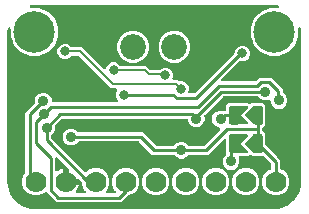
<source format=gbr>
G04 EAGLE Gerber RS-274X export*
G75*
%MOMM*%
%FSLAX34Y34*%
%LPD*%
%INBottom Copper*%
%IPPOS*%
%AMOC8*
5,1,8,0,0,1.08239X$1,22.5*%
G01*
%ADD10C,2.184400*%
%ADD11C,1.778000*%
%ADD12C,0.381000*%
%ADD13C,3.516000*%
%ADD14C,0.906400*%
%ADD15C,0.254000*%
%ADD16C,0.800100*%
%ADD17C,0.203200*%

G36*
X228622Y2543D02*
X228622Y2543D01*
X228700Y2545D01*
X232077Y2810D01*
X232145Y2824D01*
X232214Y2829D01*
X232370Y2869D01*
X238794Y4956D01*
X238901Y5006D01*
X239012Y5050D01*
X239063Y5083D01*
X239082Y5091D01*
X239097Y5104D01*
X239148Y5136D01*
X244612Y9107D01*
X244699Y9188D01*
X244746Y9227D01*
X244752Y9231D01*
X244753Y9232D01*
X244791Y9264D01*
X244829Y9310D01*
X244844Y9324D01*
X244855Y9342D01*
X244893Y9388D01*
X248864Y14852D01*
X248921Y14956D01*
X248985Y15056D01*
X249007Y15113D01*
X249017Y15131D01*
X249022Y15151D01*
X249044Y15206D01*
X251131Y21630D01*
X251144Y21698D01*
X251167Y21764D01*
X251190Y21923D01*
X251455Y25300D01*
X251455Y25304D01*
X251456Y25307D01*
X251455Y25326D01*
X251459Y25400D01*
X251459Y152400D01*
X251457Y152422D01*
X251455Y152500D01*
X251255Y155041D01*
X251233Y155149D01*
X251219Y155257D01*
X251201Y155304D01*
X251191Y155353D01*
X251143Y155451D01*
X251102Y155553D01*
X251073Y155594D01*
X251051Y155639D01*
X250980Y155722D01*
X250916Y155810D01*
X250877Y155842D01*
X250845Y155880D01*
X250755Y155943D01*
X250671Y156013D01*
X250625Y156035D01*
X250584Y156063D01*
X250482Y156102D01*
X250383Y156149D01*
X250334Y156158D01*
X250287Y156176D01*
X250178Y156188D01*
X250070Y156209D01*
X250021Y156206D01*
X249971Y156211D01*
X249862Y156196D01*
X249753Y156189D01*
X249705Y156173D01*
X249656Y156166D01*
X249555Y156125D01*
X249451Y156091D01*
X249408Y156064D01*
X249362Y156045D01*
X249274Y155979D01*
X249182Y155921D01*
X249148Y155884D01*
X249108Y155854D01*
X249039Y155769D01*
X248964Y155689D01*
X248940Y155645D01*
X248908Y155606D01*
X248863Y155507D01*
X248810Y155411D01*
X248798Y155362D01*
X248777Y155317D01*
X248758Y155209D01*
X248731Y155103D01*
X248726Y155025D01*
X248722Y155003D01*
X248723Y154973D01*
X248721Y154942D01*
X248721Y148398D01*
X245658Y141003D01*
X239997Y135342D01*
X232602Y132279D01*
X224598Y132279D01*
X217203Y135342D01*
X215194Y137351D01*
X215165Y137373D01*
X215118Y137427D01*
X211542Y141003D01*
X210278Y144056D01*
X210243Y144116D01*
X210218Y144181D01*
X210210Y144194D01*
X210158Y144345D01*
X208479Y148398D01*
X208479Y152212D01*
X208473Y152264D01*
X208475Y152316D01*
X208462Y152402D01*
X208469Y152427D01*
X208479Y152588D01*
X208479Y156402D01*
X210158Y160455D01*
X210168Y160490D01*
X210184Y160522D01*
X210204Y160596D01*
X210207Y160599D01*
X210278Y160744D01*
X211542Y163797D01*
X215118Y167373D01*
X215130Y167389D01*
X215145Y167401D01*
X215160Y167419D01*
X215176Y167433D01*
X215184Y167439D01*
X215187Y167443D01*
X215194Y167449D01*
X217203Y169458D01*
X224598Y172521D01*
X231142Y172521D01*
X231251Y172534D01*
X231360Y172540D01*
X231408Y172554D01*
X231457Y172561D01*
X231559Y172601D01*
X231664Y172633D01*
X231707Y172659D01*
X231753Y172678D01*
X231842Y172742D01*
X231935Y172799D01*
X231970Y172835D01*
X232010Y172864D01*
X232080Y172949D01*
X232157Y173027D01*
X232181Y173071D01*
X232213Y173109D01*
X232260Y173208D01*
X232314Y173304D01*
X232328Y173352D01*
X232349Y173397D01*
X232369Y173505D01*
X232398Y173610D01*
X232399Y173660D01*
X232409Y173709D01*
X232402Y173819D01*
X232404Y173928D01*
X232392Y173977D01*
X232389Y174027D01*
X232355Y174131D01*
X232330Y174238D01*
X232306Y174282D01*
X232291Y174329D01*
X232232Y174422D01*
X232181Y174519D01*
X232147Y174556D01*
X232121Y174598D01*
X232041Y174673D01*
X231967Y174754D01*
X231925Y174782D01*
X231889Y174816D01*
X231793Y174869D01*
X231702Y174929D01*
X231654Y174945D01*
X231611Y174970D01*
X231505Y174997D01*
X231401Y175033D01*
X231324Y175044D01*
X231303Y175049D01*
X231272Y175051D01*
X231241Y175055D01*
X228700Y175255D01*
X228678Y175254D01*
X228600Y175259D01*
X25400Y175259D01*
X25378Y175257D01*
X25300Y175255D01*
X22759Y175055D01*
X22651Y175033D01*
X22543Y175019D01*
X22496Y175001D01*
X22447Y174991D01*
X22349Y174943D01*
X22247Y174902D01*
X22206Y174873D01*
X22161Y174851D01*
X22078Y174780D01*
X21990Y174716D01*
X21958Y174677D01*
X21920Y174645D01*
X21857Y174555D01*
X21787Y174471D01*
X21765Y174425D01*
X21737Y174384D01*
X21698Y174282D01*
X21651Y174183D01*
X21642Y174134D01*
X21624Y174087D01*
X21612Y173978D01*
X21591Y173870D01*
X21595Y173821D01*
X21589Y173771D01*
X21604Y173662D01*
X21611Y173553D01*
X21627Y173505D01*
X21634Y173456D01*
X21675Y173355D01*
X21709Y173251D01*
X21736Y173208D01*
X21755Y173162D01*
X21821Y173074D01*
X21879Y172982D01*
X21916Y172948D01*
X21946Y172908D01*
X22031Y172839D01*
X22111Y172764D01*
X22155Y172740D01*
X22194Y172708D01*
X22294Y172663D01*
X22389Y172610D01*
X22438Y172598D01*
X22483Y172577D01*
X22591Y172558D01*
X22697Y172531D01*
X22775Y172526D01*
X22797Y172522D01*
X22827Y172523D01*
X22858Y172521D01*
X29402Y172521D01*
X36797Y169458D01*
X42458Y163797D01*
X45521Y156402D01*
X45521Y148398D01*
X42458Y141003D01*
X36797Y135342D01*
X29402Y132279D01*
X21398Y132279D01*
X14003Y135342D01*
X11994Y137351D01*
X11965Y137374D01*
X11918Y137427D01*
X8342Y141003D01*
X7078Y144056D01*
X7043Y144116D01*
X7018Y144181D01*
X7010Y144194D01*
X6958Y144345D01*
X5279Y148398D01*
X5279Y152212D01*
X5273Y152264D01*
X5275Y152316D01*
X5262Y152402D01*
X5269Y152427D01*
X5279Y152588D01*
X5279Y154942D01*
X5266Y155051D01*
X5260Y155160D01*
X5246Y155208D01*
X5239Y155257D01*
X5199Y155359D01*
X5167Y155464D01*
X5141Y155507D01*
X5122Y155553D01*
X5058Y155642D01*
X5001Y155735D01*
X4965Y155770D01*
X4936Y155810D01*
X4851Y155880D01*
X4773Y155957D01*
X4729Y155981D01*
X4691Y156013D01*
X4592Y156060D01*
X4496Y156114D01*
X4448Y156128D01*
X4403Y156149D01*
X4295Y156169D01*
X4190Y156198D01*
X4140Y156199D01*
X4091Y156209D01*
X3981Y156202D01*
X3872Y156204D01*
X3823Y156192D01*
X3773Y156189D01*
X3669Y156155D01*
X3562Y156130D01*
X3518Y156106D01*
X3471Y156091D01*
X3378Y156032D01*
X3281Y155981D01*
X3244Y155947D01*
X3202Y155921D01*
X3127Y155841D01*
X3046Y155767D01*
X3018Y155725D01*
X2984Y155689D01*
X2931Y155593D01*
X2871Y155502D01*
X2855Y155454D01*
X2830Y155411D01*
X2803Y155305D01*
X2767Y155201D01*
X2756Y155124D01*
X2751Y155103D01*
X2749Y155072D01*
X2745Y155041D01*
X2545Y152500D01*
X2546Y152478D01*
X2541Y152400D01*
X2541Y25400D01*
X2543Y25378D01*
X2545Y25300D01*
X2810Y21923D01*
X2824Y21855D01*
X2829Y21786D01*
X2869Y21630D01*
X4956Y15206D01*
X5006Y15099D01*
X5050Y14988D01*
X5083Y14937D01*
X5091Y14918D01*
X5104Y14903D01*
X5136Y14852D01*
X9107Y9388D01*
X9127Y9366D01*
X9138Y9348D01*
X9184Y9305D01*
X9188Y9301D01*
X9264Y9209D01*
X9310Y9171D01*
X9324Y9156D01*
X9342Y9145D01*
X9388Y9107D01*
X14852Y5136D01*
X14956Y5079D01*
X15056Y5015D01*
X15113Y4993D01*
X15131Y4983D01*
X15151Y4978D01*
X15206Y4956D01*
X21630Y2869D01*
X21698Y2856D01*
X21764Y2833D01*
X21923Y2810D01*
X25300Y2545D01*
X25322Y2546D01*
X25400Y2541D01*
X228600Y2541D01*
X228622Y2543D01*
G37*
%LPC*%
G36*
X44142Y8254D02*
X44142Y8254D01*
X35813Y16583D01*
X35719Y16656D01*
X35630Y16734D01*
X35594Y16753D01*
X35562Y16778D01*
X35452Y16825D01*
X35347Y16879D01*
X35307Y16888D01*
X35270Y16904D01*
X35152Y16923D01*
X35036Y16949D01*
X34996Y16947D01*
X34956Y16954D01*
X34837Y16943D01*
X34718Y16939D01*
X34680Y16928D01*
X34639Y16924D01*
X34527Y16884D01*
X34413Y16851D01*
X34378Y16830D01*
X34340Y16816D01*
X34242Y16750D01*
X34139Y16689D01*
X34094Y16649D01*
X34077Y16638D01*
X34063Y16622D01*
X34018Y16583D01*
X33145Y15709D01*
X28944Y13969D01*
X24396Y13969D01*
X20195Y15709D01*
X16979Y18925D01*
X15239Y23126D01*
X15239Y27674D01*
X16979Y31875D01*
X17408Y32303D01*
X17468Y32381D01*
X17536Y32453D01*
X17565Y32506D01*
X17602Y32554D01*
X17642Y32645D01*
X17690Y32732D01*
X17705Y32790D01*
X17729Y32846D01*
X17744Y32944D01*
X17769Y33040D01*
X17775Y33140D01*
X17779Y33160D01*
X17777Y33173D01*
X17779Y33201D01*
X17779Y84128D01*
X25576Y91925D01*
X25636Y92003D01*
X25704Y92075D01*
X25733Y92128D01*
X25770Y92176D01*
X25810Y92267D01*
X25858Y92354D01*
X25873Y92412D01*
X25897Y92468D01*
X25912Y92566D01*
X25937Y92662D01*
X25943Y92762D01*
X25947Y92782D01*
X25945Y92794D01*
X25947Y92822D01*
X25947Y95387D01*
X27024Y97986D01*
X29014Y99976D01*
X31613Y101053D01*
X34427Y101053D01*
X37026Y99976D01*
X39016Y97986D01*
X40093Y95387D01*
X40093Y93980D01*
X40108Y93862D01*
X40115Y93743D01*
X40128Y93705D01*
X40133Y93664D01*
X40176Y93554D01*
X40213Y93441D01*
X40235Y93406D01*
X40250Y93369D01*
X40319Y93273D01*
X40383Y93172D01*
X40413Y93144D01*
X40436Y93111D01*
X40528Y93035D01*
X40615Y92954D01*
X40650Y92934D01*
X40681Y92909D01*
X40789Y92858D01*
X40893Y92800D01*
X40933Y92790D01*
X40969Y92773D01*
X41086Y92751D01*
X41201Y92721D01*
X41261Y92717D01*
X41281Y92713D01*
X41302Y92715D01*
X41362Y92711D01*
X94999Y92711D01*
X95137Y92728D01*
X95276Y92741D01*
X95295Y92748D01*
X95315Y92751D01*
X95444Y92802D01*
X95575Y92849D01*
X95592Y92860D01*
X95611Y92868D01*
X95723Y92949D01*
X95838Y93027D01*
X95851Y93043D01*
X95868Y93054D01*
X95957Y93162D01*
X96049Y93266D01*
X96058Y93284D01*
X96071Y93299D01*
X96130Y93425D01*
X96193Y93549D01*
X96198Y93569D01*
X96206Y93587D01*
X96232Y93724D01*
X96263Y93859D01*
X96262Y93880D01*
X96266Y93899D01*
X96257Y94038D01*
X96253Y94177D01*
X96248Y94197D01*
X96246Y94217D01*
X96204Y94349D01*
X96165Y94483D01*
X96154Y94500D01*
X96148Y94519D01*
X96074Y94637D01*
X96003Y94757D01*
X95985Y94778D01*
X95978Y94788D01*
X95963Y94802D01*
X95897Y94878D01*
X95420Y95355D01*
X94424Y97759D01*
X94424Y100361D01*
X95410Y102742D01*
X95423Y102790D01*
X95444Y102835D01*
X95465Y102942D01*
X95494Y103049D01*
X95495Y103098D01*
X95504Y103147D01*
X95497Y103257D01*
X95499Y103367D01*
X95487Y103415D01*
X95484Y103464D01*
X95450Y103569D01*
X95425Y103676D01*
X95401Y103720D01*
X95386Y103767D01*
X95327Y103860D01*
X95276Y103957D01*
X95243Y103994D01*
X95216Y104036D01*
X95136Y104111D01*
X95062Y104192D01*
X95021Y104220D01*
X94984Y104254D01*
X94888Y104307D01*
X94796Y104367D01*
X94749Y104383D01*
X94706Y104407D01*
X94600Y104435D01*
X94496Y104470D01*
X94446Y104474D01*
X94398Y104487D01*
X94237Y104497D01*
X90498Y104497D01*
X63034Y131962D01*
X62955Y132022D01*
X62883Y132090D01*
X62830Y132119D01*
X62782Y132156D01*
X62691Y132196D01*
X62605Y132244D01*
X62546Y132259D01*
X62490Y132283D01*
X62392Y132298D01*
X62297Y132323D01*
X62197Y132329D01*
X62176Y132333D01*
X62164Y132331D01*
X62136Y132333D01*
X57655Y132333D01*
X57557Y132321D01*
X57458Y132318D01*
X57399Y132301D01*
X57339Y132293D01*
X57247Y132257D01*
X57152Y132229D01*
X57100Y132199D01*
X57044Y132176D01*
X56963Y132118D01*
X56878Y132068D01*
X56803Y132002D01*
X56786Y131990D01*
X56778Y131980D01*
X56757Y131962D01*
X55140Y130345D01*
X52736Y129349D01*
X50134Y129349D01*
X47730Y130345D01*
X45890Y132185D01*
X44894Y134589D01*
X44894Y137191D01*
X45890Y139595D01*
X47730Y141435D01*
X50134Y142431D01*
X52736Y142431D01*
X55140Y141435D01*
X56757Y139818D01*
X56836Y139758D01*
X56908Y139690D01*
X56961Y139661D01*
X57009Y139624D01*
X57099Y139584D01*
X57186Y139536D01*
X57245Y139521D01*
X57300Y139497D01*
X57398Y139482D01*
X57494Y139457D01*
X57594Y139451D01*
X57614Y139447D01*
X57627Y139449D01*
X57655Y139447D01*
X65608Y139447D01*
X84114Y120941D01*
X84153Y120911D01*
X84187Y120874D01*
X84231Y120845D01*
X84253Y120824D01*
X84294Y120801D01*
X84365Y120746D01*
X84411Y120726D01*
X84452Y120699D01*
X84524Y120674D01*
X84531Y120671D01*
X84547Y120666D01*
X84556Y120664D01*
X84657Y120620D01*
X84706Y120612D01*
X84753Y120596D01*
X84862Y120587D01*
X84971Y120570D01*
X85021Y120575D01*
X85070Y120571D01*
X85178Y120589D01*
X85288Y120600D01*
X85334Y120617D01*
X85383Y120625D01*
X85484Y120670D01*
X85587Y120707D01*
X85628Y120735D01*
X85673Y120756D01*
X85759Y120824D01*
X85850Y120886D01*
X85883Y120923D01*
X85922Y120954D01*
X85988Y121042D01*
X86061Y121124D01*
X86078Y121158D01*
X86088Y121170D01*
X86094Y121182D01*
X86113Y121208D01*
X86184Y121353D01*
X87165Y123720D01*
X89005Y125560D01*
X91409Y126556D01*
X94011Y126556D01*
X96415Y125560D01*
X98032Y123943D01*
X98111Y123883D01*
X98183Y123815D01*
X98236Y123786D01*
X98284Y123749D01*
X98374Y123709D01*
X98461Y123661D01*
X98520Y123646D01*
X98575Y123622D01*
X98673Y123607D01*
X98769Y123582D01*
X98869Y123576D01*
X98889Y123572D01*
X98902Y123574D01*
X98930Y123572D01*
X120210Y123572D01*
X123481Y120300D01*
X123560Y120240D01*
X123632Y120172D01*
X123685Y120143D01*
X123733Y120106D01*
X123824Y120066D01*
X123910Y120018D01*
X123969Y120003D01*
X124024Y119979D01*
X124122Y119964D01*
X124218Y119939D01*
X124318Y119933D01*
X124339Y119929D01*
X124351Y119931D01*
X124379Y119929D01*
X130750Y119929D01*
X130848Y119941D01*
X130947Y119944D01*
X131005Y119961D01*
X131065Y119969D01*
X131157Y120005D01*
X131252Y120033D01*
X131305Y120063D01*
X131361Y120086D01*
X131441Y120144D01*
X131526Y120194D01*
X131602Y120260D01*
X131618Y120272D01*
X131626Y120282D01*
X131647Y120300D01*
X132502Y121155D01*
X134906Y122151D01*
X137509Y122151D01*
X139913Y121155D01*
X141753Y119315D01*
X142749Y116911D01*
X142749Y114309D01*
X142358Y113365D01*
X142345Y113317D01*
X142324Y113272D01*
X142303Y113165D01*
X142274Y113058D01*
X142273Y113009D01*
X142264Y112960D01*
X142271Y112850D01*
X142269Y112740D01*
X142280Y112692D01*
X142284Y112643D01*
X142317Y112538D01*
X142343Y112431D01*
X142366Y112387D01*
X142382Y112340D01*
X142440Y112247D01*
X142492Y112150D01*
X142525Y112113D01*
X142552Y112071D01*
X142632Y111996D01*
X142706Y111915D01*
X142747Y111887D01*
X142783Y111853D01*
X142879Y111800D01*
X142971Y111740D01*
X143018Y111724D01*
X143062Y111700D01*
X143168Y111672D01*
X143272Y111637D01*
X143322Y111633D01*
X143370Y111620D01*
X143530Y111610D01*
X147084Y111610D01*
X147538Y111156D01*
X147616Y111096D01*
X147688Y111028D01*
X147741Y110999D01*
X147789Y110962D01*
X147880Y110922D01*
X147967Y110874D01*
X148025Y110859D01*
X148081Y110835D01*
X148179Y110820D01*
X148275Y110795D01*
X148375Y110789D01*
X148395Y110785D01*
X148407Y110787D01*
X148435Y110785D01*
X150722Y110785D01*
X153126Y109789D01*
X154966Y107949D01*
X155962Y105545D01*
X155962Y102942D01*
X155571Y101999D01*
X155561Y101959D01*
X155549Y101935D01*
X155548Y101929D01*
X155537Y101906D01*
X155516Y101798D01*
X155487Y101692D01*
X155487Y101642D01*
X155477Y101593D01*
X155484Y101484D01*
X155482Y101374D01*
X155494Y101326D01*
X155497Y101276D01*
X155531Y101172D01*
X155557Y101065D01*
X155580Y101021D01*
X155595Y100974D01*
X155654Y100881D01*
X155705Y100784D01*
X155739Y100747D01*
X155765Y100705D01*
X155845Y100630D01*
X155919Y100548D01*
X155961Y100521D01*
X155997Y100487D01*
X156093Y100434D01*
X156185Y100374D01*
X156232Y100357D01*
X156275Y100333D01*
X156382Y100306D01*
X156486Y100270D01*
X156535Y100266D01*
X156583Y100254D01*
X156744Y100244D01*
X160369Y100244D01*
X160467Y100256D01*
X160566Y100259D01*
X160624Y100276D01*
X160684Y100284D01*
X160776Y100320D01*
X160872Y100348D01*
X160924Y100378D01*
X160980Y100401D01*
X161060Y100459D01*
X161145Y100509D01*
X161221Y100575D01*
X161237Y100587D01*
X161245Y100597D01*
X161266Y100615D01*
X194585Y133934D01*
X194645Y134012D01*
X194713Y134084D01*
X194742Y134137D01*
X194780Y134185D01*
X194819Y134276D01*
X194867Y134363D01*
X194882Y134421D01*
X194906Y134477D01*
X194921Y134575D01*
X194946Y134671D01*
X194953Y134771D01*
X194956Y134791D01*
X194955Y134803D01*
X194956Y134831D01*
X194956Y135477D01*
X195952Y137881D01*
X197792Y139721D01*
X200196Y140717D01*
X202799Y140717D01*
X205203Y139721D01*
X207043Y137881D01*
X208039Y135477D01*
X208039Y132874D01*
X207043Y130470D01*
X205203Y128630D01*
X202799Y127634D01*
X200196Y127634D01*
X200179Y127642D01*
X200151Y127649D01*
X200124Y127663D01*
X199998Y127691D01*
X199872Y127726D01*
X199843Y127726D01*
X199814Y127732D01*
X199684Y127729D01*
X199554Y127731D01*
X199526Y127724D01*
X199496Y127723D01*
X199371Y127687D01*
X199245Y127656D01*
X199219Y127643D01*
X199190Y127634D01*
X199079Y127568D01*
X198964Y127508D01*
X198942Y127488D01*
X198916Y127473D01*
X198796Y127366D01*
X184087Y112657D01*
X184001Y112548D01*
X183913Y112441D01*
X183904Y112422D01*
X183892Y112406D01*
X183836Y112278D01*
X183777Y112153D01*
X183773Y112133D01*
X183765Y112114D01*
X183743Y111976D01*
X183717Y111840D01*
X183719Y111820D01*
X183716Y111800D01*
X183729Y111661D01*
X183737Y111523D01*
X183743Y111504D01*
X183745Y111484D01*
X183793Y111352D01*
X183835Y111221D01*
X183846Y111203D01*
X183853Y111184D01*
X183931Y111069D01*
X184005Y110952D01*
X184020Y110938D01*
X184032Y110921D01*
X184136Y110829D01*
X184237Y110734D01*
X184255Y110724D01*
X184270Y110711D01*
X184394Y110647D01*
X184516Y110580D01*
X184535Y110575D01*
X184553Y110566D01*
X184689Y110536D01*
X184823Y110501D01*
X184852Y110499D01*
X184863Y110496D01*
X184884Y110497D01*
X184984Y110491D01*
X212158Y110491D01*
X212257Y110503D01*
X212356Y110506D01*
X212414Y110523D01*
X212474Y110531D01*
X212566Y110567D01*
X212661Y110595D01*
X212713Y110625D01*
X212770Y110648D01*
X212850Y110706D01*
X212935Y110756D01*
X213010Y110822D01*
X213027Y110834D01*
X213035Y110844D01*
X213056Y110862D01*
X215946Y113753D01*
X226014Y113753D01*
X235673Y104094D01*
X235673Y101494D01*
X235676Y101464D01*
X235674Y101435D01*
X235694Y101319D01*
X235695Y101305D01*
X235697Y101298D01*
X235713Y101178D01*
X235723Y101151D01*
X235729Y101121D01*
X235782Y101003D01*
X235830Y100882D01*
X235847Y100858D01*
X235859Y100831D01*
X235940Y100730D01*
X236016Y100625D01*
X236039Y100606D01*
X236058Y100583D01*
X236161Y100505D01*
X236261Y100422D01*
X236288Y100410D01*
X236312Y100392D01*
X236456Y100321D01*
X236483Y100310D01*
X238472Y98320D01*
X239549Y95721D01*
X239549Y92907D01*
X238472Y90308D01*
X236483Y88318D01*
X233883Y87241D01*
X231069Y87241D01*
X228470Y88318D01*
X226480Y90308D01*
X225404Y92907D01*
X225404Y93877D01*
X225397Y93927D01*
X225400Y93976D01*
X225378Y94084D01*
X225364Y94193D01*
X225345Y94239D01*
X225335Y94288D01*
X225287Y94386D01*
X225247Y94489D01*
X225218Y94529D01*
X225196Y94573D01*
X225124Y94657D01*
X225060Y94746D01*
X225022Y94778D01*
X224989Y94815D01*
X224900Y94879D01*
X224815Y94949D01*
X224770Y94970D01*
X224729Y94998D01*
X224627Y95037D01*
X224527Y95084D01*
X224479Y95094D01*
X224432Y95111D01*
X224323Y95123D01*
X224215Y95144D01*
X224165Y95141D01*
X224116Y95146D01*
X224007Y95131D01*
X223897Y95124D01*
X223850Y95109D01*
X223801Y95102D01*
X223649Y95050D01*
X222387Y94527D01*
X219748Y94527D01*
X219610Y94510D01*
X219472Y94497D01*
X219452Y94490D01*
X219432Y94487D01*
X219398Y94474D01*
X219363Y94517D01*
X219291Y94572D01*
X219225Y94633D01*
X219164Y94667D01*
X219108Y94709D01*
X218964Y94780D01*
X216974Y95604D01*
X215160Y97418D01*
X215082Y97478D01*
X215010Y97546D01*
X214957Y97575D01*
X214909Y97612D01*
X214818Y97652D01*
X214731Y97700D01*
X214673Y97715D01*
X214617Y97739D01*
X214519Y97754D01*
X214423Y97779D01*
X214323Y97785D01*
X214303Y97789D01*
X214291Y97787D01*
X214263Y97789D01*
X185619Y97789D01*
X185521Y97777D01*
X185422Y97774D01*
X185364Y97757D01*
X185304Y97749D01*
X185212Y97713D01*
X185116Y97685D01*
X185064Y97655D01*
X185008Y97632D01*
X184928Y97574D01*
X184843Y97524D01*
X184767Y97458D01*
X184751Y97446D01*
X184743Y97436D01*
X184722Y97418D01*
X169633Y82328D01*
X169615Y82305D01*
X169592Y82286D01*
X169517Y82180D01*
X169438Y82077D01*
X169426Y82050D01*
X169409Y82026D01*
X169363Y81905D01*
X169311Y81785D01*
X169307Y81756D01*
X169296Y81729D01*
X169282Y81600D01*
X169262Y81471D01*
X169264Y81442D01*
X169261Y81412D01*
X169279Y81284D01*
X169291Y81155D01*
X169301Y81127D01*
X169305Y81098D01*
X169358Y80945D01*
X169633Y80281D01*
X169633Y77467D01*
X168556Y74868D01*
X166566Y72878D01*
X163967Y71801D01*
X161153Y71801D01*
X158554Y72878D01*
X156564Y74868D01*
X155487Y77467D01*
X155487Y77604D01*
X155472Y77722D01*
X155465Y77841D01*
X155452Y77879D01*
X155447Y77920D01*
X155404Y78030D01*
X155367Y78143D01*
X155345Y78178D01*
X155330Y78215D01*
X155261Y78311D01*
X155197Y78412D01*
X155167Y78440D01*
X155144Y78473D01*
X155052Y78549D01*
X154965Y78630D01*
X154930Y78650D01*
X154899Y78675D01*
X154791Y78726D01*
X154687Y78784D01*
X154647Y78794D01*
X154611Y78811D01*
X154494Y78833D01*
X154379Y78863D01*
X154319Y78867D01*
X154299Y78871D01*
X154278Y78869D01*
X154218Y78873D01*
X49382Y78873D01*
X49283Y78861D01*
X49184Y78858D01*
X49126Y78841D01*
X49066Y78833D01*
X48974Y78797D01*
X48879Y78769D01*
X48827Y78739D01*
X48770Y78716D01*
X48690Y78658D01*
X48605Y78608D01*
X48530Y78542D01*
X48513Y78530D01*
X48505Y78520D01*
X48484Y78502D01*
X43158Y73175D01*
X43097Y73097D01*
X43029Y73025D01*
X43000Y72972D01*
X42963Y72924D01*
X42924Y72833D01*
X42876Y72746D01*
X42861Y72688D01*
X42837Y72632D01*
X42821Y72534D01*
X42796Y72438D01*
X42790Y72338D01*
X42787Y72318D01*
X42788Y72306D01*
X42786Y72278D01*
X42786Y69713D01*
X41709Y67114D01*
X39896Y65300D01*
X39835Y65222D01*
X39767Y65150D01*
X39738Y65097D01*
X39701Y65049D01*
X39662Y64958D01*
X39614Y64871D01*
X39599Y64813D01*
X39575Y64757D01*
X39559Y64659D01*
X39534Y64563D01*
X39528Y64463D01*
X39525Y64443D01*
X39526Y64431D01*
X39524Y64403D01*
X39524Y62911D01*
X39537Y62813D01*
X39540Y62714D01*
X39556Y62655D01*
X39564Y62595D01*
X39600Y62503D01*
X39628Y62408D01*
X39659Y62356D01*
X39681Y62300D01*
X39739Y62220D01*
X39789Y62134D01*
X39856Y62059D01*
X39868Y62042D01*
X39877Y62034D01*
X39896Y62013D01*
X68009Y33900D01*
X68104Y33827D01*
X68193Y33748D01*
X68229Y33730D01*
X68261Y33705D01*
X68370Y33658D01*
X68476Y33603D01*
X68515Y33595D01*
X68552Y33579D01*
X68670Y33560D01*
X68786Y33534D01*
X68827Y33535D01*
X68867Y33529D01*
X68985Y33540D01*
X69104Y33543D01*
X69143Y33555D01*
X69183Y33559D01*
X69295Y33599D01*
X69410Y33632D01*
X69444Y33652D01*
X69482Y33666D01*
X69581Y33733D01*
X69684Y33793D01*
X69729Y33833D01*
X69746Y33845D01*
X69759Y33860D01*
X69804Y33900D01*
X70995Y35091D01*
X75196Y36831D01*
X79744Y36831D01*
X83945Y35091D01*
X87161Y31875D01*
X88901Y27674D01*
X88901Y23126D01*
X87161Y18925D01*
X86278Y18042D01*
X86193Y17933D01*
X86104Y17826D01*
X86095Y17807D01*
X86083Y17791D01*
X86028Y17664D01*
X85969Y17538D01*
X85965Y17518D01*
X85957Y17499D01*
X85935Y17361D01*
X85909Y17225D01*
X85910Y17205D01*
X85907Y17185D01*
X85920Y17046D01*
X85929Y16908D01*
X85935Y16889D01*
X85937Y16869D01*
X85984Y16737D01*
X86027Y16606D01*
X86037Y16588D01*
X86044Y16569D01*
X86122Y16454D01*
X86197Y16337D01*
X86211Y16323D01*
X86223Y16306D01*
X86327Y16214D01*
X86428Y16119D01*
X86446Y16109D01*
X86461Y16096D01*
X86585Y16033D01*
X86707Y15965D01*
X86726Y15960D01*
X86744Y15951D01*
X86880Y15921D01*
X87015Y15886D01*
X87043Y15884D01*
X87055Y15881D01*
X87075Y15882D01*
X87175Y15876D01*
X93165Y15876D01*
X93303Y15893D01*
X93441Y15906D01*
X93460Y15913D01*
X93480Y15916D01*
X93609Y15967D01*
X93740Y16014D01*
X93757Y16025D01*
X93776Y16033D01*
X93888Y16114D01*
X94003Y16192D01*
X94017Y16208D01*
X94033Y16219D01*
X94122Y16327D01*
X94214Y16431D01*
X94223Y16449D01*
X94236Y16464D01*
X94295Y16590D01*
X94358Y16714D01*
X94363Y16734D01*
X94371Y16752D01*
X94398Y16889D01*
X94428Y17024D01*
X94427Y17045D01*
X94431Y17064D01*
X94423Y17203D01*
X94418Y17342D01*
X94413Y17362D01*
X94411Y17382D01*
X94369Y17514D01*
X94330Y17648D01*
X94320Y17665D01*
X94313Y17684D01*
X94239Y17802D01*
X94168Y17922D01*
X94150Y17943D01*
X94143Y17953D01*
X94128Y17967D01*
X94062Y18042D01*
X93179Y18925D01*
X91439Y23126D01*
X91439Y27674D01*
X93179Y31875D01*
X96395Y35091D01*
X100596Y36831D01*
X105144Y36831D01*
X109345Y35091D01*
X112561Y31875D01*
X114301Y27674D01*
X114301Y23126D01*
X112561Y18925D01*
X109345Y15709D01*
X105144Y13969D01*
X104974Y13969D01*
X104876Y13957D01*
X104777Y13954D01*
X104719Y13937D01*
X104659Y13929D01*
X104567Y13893D01*
X104471Y13865D01*
X104419Y13835D01*
X104363Y13812D01*
X104283Y13754D01*
X104198Y13704D01*
X104122Y13638D01*
X104106Y13626D01*
X104103Y13622D01*
X104100Y13620D01*
X104094Y13613D01*
X104077Y13598D01*
X98733Y8254D01*
X44142Y8254D01*
G37*
%LPD*%
%LPC*%
G36*
X227596Y13969D02*
X227596Y13969D01*
X223395Y15709D01*
X220179Y18925D01*
X218439Y23126D01*
X218439Y27674D01*
X220179Y31875D01*
X223395Y35091D01*
X225276Y35870D01*
X225301Y35884D01*
X225329Y35893D01*
X225439Y35963D01*
X225552Y36027D01*
X225573Y36048D01*
X225598Y36063D01*
X225687Y36158D01*
X225780Y36248D01*
X225796Y36273D01*
X225816Y36295D01*
X225879Y36409D01*
X225947Y36519D01*
X225955Y36548D01*
X225970Y36574D01*
X226002Y36699D01*
X226040Y36823D01*
X226042Y36853D01*
X226049Y36881D01*
X226059Y37042D01*
X226059Y40441D01*
X226047Y40539D01*
X226044Y40638D01*
X226027Y40696D01*
X226019Y40756D01*
X225983Y40848D01*
X225955Y40944D01*
X225925Y40996D01*
X225902Y41052D01*
X225844Y41132D01*
X225794Y41217D01*
X225728Y41293D01*
X225716Y41309D01*
X225706Y41317D01*
X225688Y41338D01*
X220035Y46991D01*
X219957Y47051D01*
X219885Y47119D01*
X219832Y47148D01*
X219784Y47185D01*
X219693Y47225D01*
X219606Y47273D01*
X219548Y47288D01*
X219492Y47312D01*
X219394Y47327D01*
X219298Y47352D01*
X219198Y47358D01*
X219178Y47362D01*
X219166Y47360D01*
X219138Y47362D01*
X210212Y47362D01*
X209360Y48214D01*
X209266Y48287D01*
X209177Y48366D01*
X209141Y48384D01*
X209109Y48409D01*
X209000Y48456D01*
X208893Y48510D01*
X208854Y48519D01*
X208817Y48535D01*
X208699Y48554D01*
X208583Y48580D01*
X208543Y48579D01*
X208503Y48585D01*
X208384Y48574D01*
X208265Y48570D01*
X208226Y48559D01*
X208186Y48555D01*
X208074Y48515D01*
X207960Y48482D01*
X207925Y48461D01*
X207887Y48448D01*
X207788Y48381D01*
X207686Y48320D01*
X207641Y48281D01*
X207624Y48269D01*
X207610Y48254D01*
X207565Y48214D01*
X206685Y47334D01*
X205219Y47362D01*
X205211Y47361D01*
X205195Y47362D01*
X199589Y47362D01*
X199540Y47356D01*
X199490Y47358D01*
X199383Y47336D01*
X199274Y47322D01*
X199228Y47304D01*
X199179Y47294D01*
X199080Y47246D01*
X198978Y47205D01*
X198938Y47176D01*
X198893Y47154D01*
X198810Y47083D01*
X198721Y47019D01*
X198689Y46980D01*
X198651Y46948D01*
X198588Y46858D01*
X198518Y46774D01*
X198497Y46729D01*
X198468Y46688D01*
X198429Y46585D01*
X198383Y46486D01*
X198373Y46437D01*
X198356Y46391D01*
X198343Y46281D01*
X198323Y46174D01*
X198326Y46124D01*
X198320Y46075D01*
X198336Y45966D01*
X198342Y45856D01*
X198358Y45809D01*
X198365Y45760D01*
X198417Y45607D01*
X199026Y44136D01*
X199026Y41322D01*
X197950Y38722D01*
X195960Y36733D01*
X193361Y35656D01*
X190547Y35656D01*
X187947Y36733D01*
X185958Y38722D01*
X184881Y41322D01*
X184881Y44136D01*
X185958Y46735D01*
X187612Y48389D01*
X187672Y48467D01*
X187740Y48539D01*
X187769Y48592D01*
X187806Y48640D01*
X187846Y48731D01*
X187894Y48818D01*
X187909Y48876D01*
X187933Y48932D01*
X187948Y49030D01*
X187973Y49126D01*
X187979Y49226D01*
X187983Y49246D01*
X187981Y49258D01*
X187983Y49286D01*
X187983Y49679D01*
X187971Y49777D01*
X187968Y49876D01*
X187959Y49906D01*
X187959Y60761D01*
X187942Y60898D01*
X187929Y61037D01*
X187922Y61056D01*
X187919Y61076D01*
X187868Y61205D01*
X187821Y61336D01*
X187810Y61353D01*
X187802Y61372D01*
X187721Y61484D01*
X187643Y61600D01*
X187627Y61613D01*
X187616Y61629D01*
X187508Y61718D01*
X187404Y61810D01*
X187386Y61819D01*
X187371Y61832D01*
X187245Y61891D01*
X187121Y61955D01*
X187101Y61959D01*
X187083Y61968D01*
X186947Y61994D01*
X186811Y62024D01*
X186790Y62024D01*
X186771Y62028D01*
X186632Y62019D01*
X186493Y62015D01*
X186473Y62009D01*
X186453Y62008D01*
X186321Y61965D01*
X186187Y61926D01*
X186170Y61916D01*
X186151Y61910D01*
X186033Y61835D01*
X185913Y61765D01*
X185892Y61746D01*
X185882Y61740D01*
X185868Y61725D01*
X185793Y61658D01*
X174997Y50863D01*
X172393Y48259D01*
X156577Y48259D01*
X156479Y48247D01*
X156380Y48244D01*
X156322Y48227D01*
X156262Y48219D01*
X156170Y48183D01*
X156075Y48155D01*
X156022Y48125D01*
X155966Y48102D01*
X155886Y48044D01*
X155801Y47994D01*
X155725Y47928D01*
X155709Y47916D01*
X155701Y47906D01*
X155680Y47888D01*
X153866Y46074D01*
X151267Y44997D01*
X148453Y44997D01*
X145854Y46074D01*
X144040Y47888D01*
X143962Y47948D01*
X143890Y48016D01*
X143837Y48045D01*
X143789Y48082D01*
X143698Y48122D01*
X143611Y48170D01*
X143553Y48185D01*
X143497Y48209D01*
X143399Y48224D01*
X143303Y48249D01*
X143203Y48255D01*
X143183Y48259D01*
X143171Y48257D01*
X143143Y48259D01*
X125422Y48259D01*
X114363Y59318D01*
X114285Y59378D01*
X114213Y59446D01*
X114160Y59475D01*
X114112Y59512D01*
X114021Y59552D01*
X113934Y59600D01*
X113876Y59615D01*
X113820Y59639D01*
X113722Y59654D01*
X113626Y59679D01*
X113526Y59685D01*
X113506Y59689D01*
X113494Y59687D01*
X113466Y59689D01*
X63232Y59689D01*
X63134Y59677D01*
X63035Y59674D01*
X62977Y59657D01*
X62917Y59649D01*
X62825Y59613D01*
X62730Y59585D01*
X62677Y59555D01*
X62621Y59532D01*
X62541Y59474D01*
X62456Y59424D01*
X62380Y59358D01*
X62364Y59346D01*
X62356Y59336D01*
X62335Y59318D01*
X60521Y57504D01*
X57922Y56427D01*
X55108Y56427D01*
X52509Y57504D01*
X50519Y59494D01*
X49442Y62093D01*
X49442Y64907D01*
X50519Y67506D01*
X52509Y69496D01*
X55108Y70573D01*
X57922Y70573D01*
X60521Y69496D01*
X62335Y67682D01*
X62413Y67622D01*
X62485Y67554D01*
X62538Y67525D01*
X62586Y67488D01*
X62677Y67448D01*
X62764Y67400D01*
X62822Y67385D01*
X62878Y67361D01*
X62976Y67346D01*
X63072Y67321D01*
X63172Y67315D01*
X63192Y67311D01*
X63204Y67313D01*
X63232Y67311D01*
X117148Y67311D01*
X128207Y56252D01*
X128285Y56192D01*
X128357Y56124D01*
X128410Y56095D01*
X128458Y56058D01*
X128549Y56018D01*
X128636Y55970D01*
X128694Y55955D01*
X128750Y55931D01*
X128848Y55916D01*
X128944Y55891D01*
X129044Y55885D01*
X129064Y55881D01*
X129076Y55883D01*
X129104Y55881D01*
X143143Y55881D01*
X143241Y55893D01*
X143340Y55896D01*
X143398Y55913D01*
X143458Y55921D01*
X143550Y55957D01*
X143645Y55985D01*
X143698Y56015D01*
X143754Y56038D01*
X143834Y56096D01*
X143919Y56146D01*
X143995Y56212D01*
X144011Y56224D01*
X144019Y56234D01*
X144040Y56252D01*
X145854Y58066D01*
X148453Y59143D01*
X151267Y59143D01*
X153866Y58066D01*
X155680Y56252D01*
X155758Y56192D01*
X155830Y56124D01*
X155883Y56095D01*
X155931Y56058D01*
X156022Y56018D01*
X156109Y55970D01*
X156167Y55955D01*
X156223Y55931D01*
X156321Y55916D01*
X156417Y55891D01*
X156517Y55885D01*
X156537Y55881D01*
X156549Y55883D01*
X156577Y55881D01*
X168711Y55881D01*
X168809Y55893D01*
X168908Y55896D01*
X168966Y55913D01*
X169026Y55921D01*
X169118Y55957D01*
X169214Y55985D01*
X169266Y56015D01*
X169322Y56038D01*
X169402Y56096D01*
X169487Y56146D01*
X169563Y56212D01*
X169579Y56224D01*
X169587Y56234D01*
X169608Y56252D01*
X182673Y69317D01*
X182758Y69427D01*
X182847Y69534D01*
X182855Y69552D01*
X182868Y69568D01*
X182923Y69696D01*
X182982Y69821D01*
X182986Y69841D01*
X182994Y69860D01*
X183016Y69998D01*
X183042Y70134D01*
X183041Y70154D01*
X183044Y70174D01*
X183031Y70313D01*
X183022Y70451D01*
X183016Y70470D01*
X183014Y70491D01*
X182967Y70622D01*
X182924Y70754D01*
X182913Y70771D01*
X182906Y70790D01*
X182828Y70905D01*
X182754Y71022D01*
X182739Y71036D01*
X182728Y71053D01*
X182624Y71145D01*
X182522Y71240D01*
X182505Y71250D01*
X182489Y71264D01*
X182366Y71327D01*
X182244Y71394D01*
X182224Y71399D01*
X182206Y71408D01*
X182070Y71439D01*
X181936Y71473D01*
X181908Y71475D01*
X181896Y71478D01*
X181875Y71477D01*
X181775Y71484D01*
X181657Y71484D01*
X179057Y72560D01*
X177068Y74550D01*
X175991Y77149D01*
X175991Y79963D01*
X177068Y82563D01*
X179057Y84552D01*
X181657Y85629D01*
X184221Y85629D01*
X184320Y85641D01*
X184419Y85644D01*
X184477Y85661D01*
X184537Y85669D01*
X184629Y85705D01*
X184700Y85726D01*
X186690Y85726D01*
X186808Y85741D01*
X186927Y85748D01*
X186965Y85761D01*
X187006Y85766D01*
X187116Y85809D01*
X187229Y85846D01*
X187264Y85868D01*
X187301Y85883D01*
X187397Y85952D01*
X187498Y86016D01*
X187526Y86046D01*
X187559Y86069D01*
X187635Y86161D01*
X187716Y86248D01*
X187736Y86283D01*
X187761Y86314D01*
X187812Y86422D01*
X187870Y86526D01*
X187880Y86566D01*
X187897Y86602D01*
X187919Y86719D01*
X187949Y86834D01*
X187953Y86894D01*
X187957Y86914D01*
X187955Y86935D01*
X187959Y86995D01*
X187959Y89807D01*
X187973Y89861D01*
X187979Y89960D01*
X187983Y89980D01*
X187981Y89993D01*
X187983Y90021D01*
X187983Y90254D01*
X190067Y92338D01*
X205194Y92338D01*
X205202Y92339D01*
X205218Y92338D01*
X206685Y92366D01*
X207296Y91755D01*
X207376Y91693D01*
X207441Y91631D01*
X207477Y91612D01*
X207519Y91577D01*
X207534Y91570D01*
X207547Y91560D01*
X207657Y91513D01*
X207720Y91478D01*
X207750Y91470D01*
X207808Y91443D01*
X207824Y91440D01*
X207839Y91434D01*
X207974Y91412D01*
X208028Y91398D01*
X208061Y91396D01*
X208121Y91385D01*
X208137Y91386D01*
X208153Y91384D01*
X208296Y91397D01*
X208438Y91407D01*
X208453Y91412D01*
X208470Y91414D01*
X208508Y91427D01*
X208514Y91428D01*
X208551Y91443D01*
X208604Y91462D01*
X208740Y91507D01*
X208754Y91516D01*
X208769Y91521D01*
X208797Y91540D01*
X208809Y91545D01*
X208883Y91599D01*
X208888Y91602D01*
X209007Y91679D01*
X209024Y91694D01*
X209032Y91700D01*
X209045Y91714D01*
X209054Y91722D01*
X209067Y91732D01*
X209078Y91746D01*
X209124Y91790D01*
X209632Y92338D01*
X211094Y92338D01*
X211108Y92340D01*
X211142Y92339D01*
X212713Y92398D01*
X212770Y92376D01*
X212845Y92367D01*
X212917Y92348D01*
X213078Y92338D01*
X218478Y92338D01*
X218547Y92346D01*
X218617Y92345D01*
X218705Y92366D01*
X218794Y92378D01*
X218825Y92390D01*
X218850Y92361D01*
X220957Y90254D01*
X220957Y90021D01*
X220969Y89923D01*
X220972Y89824D01*
X220981Y89794D01*
X220981Y74023D01*
X220967Y73969D01*
X220961Y73869D01*
X220957Y73849D01*
X220959Y73837D01*
X220957Y73809D01*
X220957Y73576D01*
X218812Y71432D01*
X218752Y71353D01*
X218684Y71281D01*
X218655Y71228D01*
X218618Y71180D01*
X218578Y71089D01*
X218530Y71003D01*
X218515Y70944D01*
X218491Y70888D01*
X218476Y70790D01*
X218451Y70695D01*
X218445Y70595D01*
X218441Y70574D01*
X218443Y70562D01*
X218441Y70534D01*
X218441Y69166D01*
X218453Y69068D01*
X218456Y68969D01*
X218473Y68911D01*
X218481Y68850D01*
X218517Y68758D01*
X218545Y68663D01*
X218575Y68611D01*
X218598Y68555D01*
X218656Y68475D01*
X218706Y68389D01*
X218772Y68314D01*
X218784Y68297D01*
X218794Y68290D01*
X218812Y68268D01*
X220957Y66124D01*
X220957Y65891D01*
X220969Y65793D01*
X220972Y65694D01*
X220981Y65664D01*
X220981Y57349D01*
X220993Y57251D01*
X220996Y57152D01*
X221013Y57094D01*
X221021Y57034D01*
X221057Y56942D01*
X221085Y56846D01*
X221115Y56794D01*
X221138Y56738D01*
X221196Y56658D01*
X221246Y56573D01*
X221312Y56497D01*
X221324Y56481D01*
X221334Y56473D01*
X221352Y56452D01*
X231077Y46727D01*
X233681Y44123D01*
X233681Y37042D01*
X233684Y37013D01*
X233682Y36983D01*
X233704Y36856D01*
X233721Y36727D01*
X233731Y36699D01*
X233736Y36670D01*
X233790Y36552D01*
X233838Y36431D01*
X233855Y36407D01*
X233867Y36380D01*
X233948Y36279D01*
X234024Y36174D01*
X234047Y36155D01*
X234066Y36132D01*
X234169Y36054D01*
X234269Y35971D01*
X234296Y35958D01*
X234320Y35940D01*
X234464Y35870D01*
X236345Y35091D01*
X239561Y31875D01*
X241301Y27674D01*
X241301Y23126D01*
X239561Y18925D01*
X236345Y15709D01*
X232144Y13969D01*
X227596Y13969D01*
G37*
%LPD*%
%LPC*%
G36*
X141322Y126237D02*
X141322Y126237D01*
X136374Y128287D01*
X132587Y132074D01*
X130537Y137022D01*
X130537Y142378D01*
X132587Y147326D01*
X136374Y151113D01*
X141322Y153163D01*
X146678Y153163D01*
X151626Y151113D01*
X155413Y147326D01*
X157463Y142378D01*
X157463Y137022D01*
X155413Y132074D01*
X151626Y128287D01*
X146678Y126237D01*
X141322Y126237D01*
G37*
%LPD*%
%LPC*%
G36*
X106322Y126237D02*
X106322Y126237D01*
X101374Y128287D01*
X97587Y132074D01*
X95537Y137022D01*
X95537Y142378D01*
X97587Y147326D01*
X101374Y151113D01*
X106322Y153163D01*
X111678Y153163D01*
X116626Y151113D01*
X120413Y147326D01*
X122463Y142378D01*
X122463Y137022D01*
X120413Y132074D01*
X116626Y128287D01*
X111678Y126237D01*
X106322Y126237D01*
G37*
%LPD*%
%LPC*%
G36*
X125996Y13969D02*
X125996Y13969D01*
X121795Y15709D01*
X118579Y18925D01*
X116839Y23126D01*
X116839Y27674D01*
X118579Y31875D01*
X121795Y35091D01*
X125996Y36831D01*
X130544Y36831D01*
X134745Y35091D01*
X137961Y31875D01*
X139701Y27674D01*
X139701Y23126D01*
X137961Y18925D01*
X134745Y15709D01*
X130544Y13969D01*
X125996Y13969D01*
G37*
%LPD*%
%LPC*%
G36*
X202196Y13969D02*
X202196Y13969D01*
X197995Y15709D01*
X194779Y18925D01*
X193039Y23126D01*
X193039Y27674D01*
X194779Y31875D01*
X197995Y35091D01*
X202196Y36831D01*
X206744Y36831D01*
X210945Y35091D01*
X214161Y31875D01*
X215901Y27674D01*
X215901Y23126D01*
X214161Y18925D01*
X210945Y15709D01*
X206744Y13969D01*
X202196Y13969D01*
G37*
%LPD*%
%LPC*%
G36*
X176796Y13969D02*
X176796Y13969D01*
X172595Y15709D01*
X169379Y18925D01*
X167639Y23126D01*
X167639Y27674D01*
X169379Y31875D01*
X172595Y35091D01*
X176796Y36831D01*
X181344Y36831D01*
X185545Y35091D01*
X188761Y31875D01*
X190501Y27674D01*
X190501Y23126D01*
X188761Y18925D01*
X185545Y15709D01*
X181344Y13969D01*
X176796Y13969D01*
G37*
%LPD*%
%LPC*%
G36*
X151396Y13969D02*
X151396Y13969D01*
X147195Y15709D01*
X143979Y18925D01*
X142239Y23126D01*
X142239Y27674D01*
X143979Y31875D01*
X147195Y35091D01*
X151396Y36831D01*
X155944Y36831D01*
X160145Y35091D01*
X163361Y31875D01*
X165101Y27674D01*
X165101Y23126D01*
X163361Y18925D01*
X160145Y15709D01*
X155944Y13969D01*
X151396Y13969D01*
G37*
%LPD*%
G36*
X67903Y15893D02*
X67903Y15893D01*
X68041Y15906D01*
X68060Y15913D01*
X68080Y15916D01*
X68209Y15967D01*
X68340Y16014D01*
X68357Y16025D01*
X68376Y16033D01*
X68488Y16114D01*
X68603Y16192D01*
X68617Y16208D01*
X68633Y16219D01*
X68722Y16327D01*
X68814Y16431D01*
X68823Y16449D01*
X68836Y16464D01*
X68895Y16590D01*
X68958Y16714D01*
X68963Y16734D01*
X68971Y16752D01*
X68998Y16889D01*
X69028Y17024D01*
X69027Y17045D01*
X69031Y17064D01*
X69023Y17203D01*
X69018Y17342D01*
X69013Y17362D01*
X69011Y17382D01*
X68969Y17514D01*
X68930Y17648D01*
X68920Y17665D01*
X68913Y17684D01*
X68839Y17802D01*
X68768Y17922D01*
X68750Y17943D01*
X68743Y17953D01*
X68728Y17967D01*
X68662Y18042D01*
X67779Y18925D01*
X66039Y23126D01*
X66039Y24566D01*
X66027Y24664D01*
X66024Y24763D01*
X66007Y24821D01*
X65999Y24881D01*
X65963Y24973D01*
X65935Y25069D01*
X65905Y25121D01*
X65882Y25177D01*
X65824Y25257D01*
X65774Y25342D01*
X65708Y25418D01*
X65696Y25434D01*
X65686Y25442D01*
X65668Y25463D01*
X63603Y27528D01*
X63525Y27588D01*
X63453Y27656D01*
X63400Y27685D01*
X63352Y27722D01*
X63261Y27762D01*
X63174Y27810D01*
X63116Y27825D01*
X63060Y27849D01*
X62962Y27864D01*
X62866Y27889D01*
X62766Y27895D01*
X62746Y27899D01*
X62734Y27897D01*
X62706Y27899D01*
X54569Y27899D01*
X54569Y36036D01*
X54557Y36134D01*
X54554Y36233D01*
X54537Y36291D01*
X54529Y36351D01*
X54493Y36443D01*
X54465Y36539D01*
X54435Y36591D01*
X54412Y36647D01*
X54354Y36727D01*
X54304Y36812D01*
X54238Y36888D01*
X54226Y36904D01*
X54216Y36912D01*
X54198Y36933D01*
X45347Y45783D01*
X45238Y45869D01*
X45131Y45957D01*
X45112Y45966D01*
X45096Y45978D01*
X44968Y46034D01*
X44843Y46093D01*
X44823Y46097D01*
X44804Y46105D01*
X44666Y46127D01*
X44530Y46153D01*
X44510Y46151D01*
X44490Y46154D01*
X44351Y46141D01*
X44213Y46133D01*
X44194Y46127D01*
X44174Y46125D01*
X44042Y46077D01*
X43911Y46035D01*
X43893Y46024D01*
X43874Y46017D01*
X43759Y45939D01*
X43642Y45865D01*
X43628Y45850D01*
X43611Y45838D01*
X43519Y45734D01*
X43424Y45633D01*
X43414Y45615D01*
X43401Y45600D01*
X43337Y45476D01*
X43270Y45354D01*
X43265Y45335D01*
X43256Y45317D01*
X43226Y45181D01*
X43191Y45047D01*
X43189Y45018D01*
X43186Y45007D01*
X43187Y44986D01*
X43181Y44886D01*
X43181Y35562D01*
X43186Y35522D01*
X43183Y35483D01*
X43206Y35365D01*
X43221Y35246D01*
X43235Y35209D01*
X43243Y35170D01*
X43294Y35062D01*
X43338Y34951D01*
X43361Y34918D01*
X43378Y34882D01*
X43454Y34790D01*
X43524Y34693D01*
X43555Y34668D01*
X43580Y34637D01*
X43677Y34567D01*
X43769Y34490D01*
X43805Y34473D01*
X43838Y34450D01*
X43949Y34406D01*
X44057Y34355D01*
X44096Y34347D01*
X44133Y34333D01*
X44252Y34318D01*
X44369Y34295D01*
X44409Y34298D01*
X44449Y34293D01*
X44567Y34307D01*
X44687Y34315D01*
X44725Y34327D01*
X44764Y34332D01*
X44876Y34376D01*
X44989Y34413D01*
X45023Y34434D01*
X45060Y34449D01*
X45196Y34535D01*
X46079Y35176D01*
X47682Y35993D01*
X49393Y36549D01*
X49571Y36577D01*
X49571Y26630D01*
X49586Y26512D01*
X49593Y26393D01*
X49605Y26355D01*
X49611Y26315D01*
X49654Y26204D01*
X49691Y26091D01*
X49713Y26057D01*
X49728Y26019D01*
X49797Y25923D01*
X49861Y25822D01*
X49891Y25794D01*
X49914Y25762D01*
X50006Y25686D01*
X50093Y25604D01*
X50128Y25585D01*
X50159Y25559D01*
X50267Y25508D01*
X50371Y25451D01*
X50411Y25441D01*
X50447Y25423D01*
X50564Y25401D01*
X50679Y25371D01*
X50739Y25367D01*
X50759Y25364D01*
X50780Y25365D01*
X50840Y25361D01*
X52031Y25361D01*
X52031Y24170D01*
X52046Y24052D01*
X52053Y23933D01*
X52066Y23895D01*
X52071Y23854D01*
X52115Y23744D01*
X52151Y23631D01*
X52173Y23596D01*
X52188Y23559D01*
X52258Y23462D01*
X52321Y23362D01*
X52351Y23334D01*
X52375Y23301D01*
X52466Y23225D01*
X52553Y23144D01*
X52588Y23124D01*
X52620Y23099D01*
X52727Y23048D01*
X52832Y22990D01*
X52871Y22980D01*
X52907Y22963D01*
X53024Y22941D01*
X53140Y22911D01*
X53200Y22907D01*
X53220Y22903D01*
X53240Y22905D01*
X53300Y22901D01*
X63247Y22901D01*
X63219Y22723D01*
X62663Y21012D01*
X61846Y19409D01*
X60744Y17891D01*
X60724Y17856D01*
X60699Y17826D01*
X60648Y17717D01*
X60590Y17612D01*
X60580Y17574D01*
X60563Y17538D01*
X60541Y17421D01*
X60511Y17304D01*
X60511Y17264D01*
X60504Y17225D01*
X60511Y17106D01*
X60511Y16986D01*
X60521Y16948D01*
X60523Y16908D01*
X60560Y16794D01*
X60590Y16678D01*
X60609Y16643D01*
X60621Y16606D01*
X60686Y16504D01*
X60743Y16400D01*
X60770Y16371D01*
X60792Y16337D01*
X60879Y16255D01*
X60961Y16168D01*
X60994Y16146D01*
X61023Y16119D01*
X61128Y16061D01*
X61229Y15997D01*
X61267Y15985D01*
X61302Y15965D01*
X61417Y15936D01*
X61531Y15898D01*
X61571Y15896D01*
X61610Y15886D01*
X61770Y15876D01*
X67765Y15876D01*
X67903Y15893D01*
G37*
G36*
X205260Y74037D02*
X205260Y74037D01*
X205279Y74035D01*
X205400Y74056D01*
X205522Y74074D01*
X205539Y74082D01*
X205559Y74085D01*
X205669Y74140D01*
X205781Y74190D01*
X205796Y74203D01*
X205814Y74211D01*
X205905Y74294D01*
X205998Y74374D01*
X206009Y74390D01*
X206023Y74403D01*
X206087Y74508D01*
X206156Y74610D01*
X206161Y74629D01*
X206172Y74646D01*
X206204Y74764D01*
X206241Y74881D01*
X206242Y74901D01*
X206247Y74920D01*
X206245Y75042D01*
X206249Y75165D01*
X206244Y75184D01*
X206243Y75204D01*
X206208Y75322D01*
X206177Y75440D01*
X206167Y75457D01*
X206161Y75476D01*
X206119Y75537D01*
X206032Y75685D01*
X205994Y75720D01*
X205971Y75753D01*
X200037Y81915D01*
X205971Y88077D01*
X205983Y88093D01*
X205998Y88106D01*
X206066Y88208D01*
X206138Y88307D01*
X206145Y88326D01*
X206156Y88342D01*
X206193Y88459D01*
X206234Y88575D01*
X206235Y88594D01*
X206241Y88613D01*
X206244Y88736D01*
X206252Y88858D01*
X206248Y88878D01*
X206249Y88897D01*
X206218Y89016D01*
X206191Y89136D01*
X206182Y89153D01*
X206177Y89172D01*
X206114Y89278D01*
X206055Y89386D01*
X206042Y89400D01*
X206032Y89417D01*
X205942Y89501D01*
X205856Y89588D01*
X205839Y89598D01*
X205824Y89611D01*
X205715Y89667D01*
X205608Y89727D01*
X205589Y89732D01*
X205571Y89741D01*
X205498Y89753D01*
X205331Y89792D01*
X205280Y89790D01*
X205240Y89796D01*
X191540Y89796D01*
X191482Y89788D01*
X191424Y89790D01*
X191342Y89768D01*
X191259Y89756D01*
X191205Y89733D01*
X191149Y89718D01*
X191076Y89675D01*
X190999Y89640D01*
X190954Y89602D01*
X190904Y89573D01*
X190846Y89511D01*
X190782Y89457D01*
X190750Y89408D01*
X190710Y89365D01*
X190671Y89290D01*
X190625Y89220D01*
X190607Y89164D01*
X190580Y89112D01*
X190569Y89044D01*
X190539Y88949D01*
X190536Y88849D01*
X190525Y88781D01*
X190525Y75049D01*
X190533Y74991D01*
X190531Y74933D01*
X190553Y74851D01*
X190565Y74768D01*
X190589Y74714D01*
X190603Y74658D01*
X190646Y74585D01*
X190681Y74508D01*
X190719Y74463D01*
X190749Y74413D01*
X190810Y74355D01*
X190865Y74291D01*
X190913Y74259D01*
X190956Y74219D01*
X191031Y74180D01*
X191101Y74134D01*
X191157Y74116D01*
X191209Y74089D01*
X191277Y74078D01*
X191372Y74048D01*
X191472Y74045D01*
X191540Y74034D01*
X205240Y74034D01*
X205260Y74037D01*
G37*
G36*
X205260Y49907D02*
X205260Y49907D01*
X205279Y49905D01*
X205400Y49926D01*
X205522Y49944D01*
X205539Y49952D01*
X205559Y49955D01*
X205669Y50010D01*
X205781Y50060D01*
X205796Y50073D01*
X205814Y50081D01*
X205905Y50164D01*
X205998Y50244D01*
X206009Y50260D01*
X206023Y50273D01*
X206087Y50378D01*
X206156Y50480D01*
X206161Y50499D01*
X206172Y50516D01*
X206204Y50634D01*
X206241Y50751D01*
X206242Y50771D01*
X206247Y50790D01*
X206245Y50912D01*
X206249Y51035D01*
X206244Y51054D01*
X206243Y51074D01*
X206208Y51192D01*
X206177Y51310D01*
X206167Y51327D01*
X206161Y51346D01*
X206119Y51407D01*
X206032Y51555D01*
X205994Y51590D01*
X205971Y51623D01*
X200037Y57785D01*
X205971Y63947D01*
X205983Y63963D01*
X205998Y63976D01*
X206066Y64078D01*
X206138Y64177D01*
X206145Y64196D01*
X206156Y64212D01*
X206193Y64329D01*
X206234Y64445D01*
X206235Y64464D01*
X206241Y64483D01*
X206244Y64606D01*
X206252Y64728D01*
X206248Y64748D01*
X206249Y64767D01*
X206218Y64886D01*
X206191Y65006D01*
X206182Y65023D01*
X206177Y65042D01*
X206114Y65148D01*
X206055Y65256D01*
X206042Y65270D01*
X206032Y65287D01*
X205942Y65371D01*
X205856Y65458D01*
X205839Y65468D01*
X205824Y65481D01*
X205715Y65537D01*
X205608Y65597D01*
X205589Y65602D01*
X205571Y65611D01*
X205498Y65623D01*
X205331Y65662D01*
X205280Y65660D01*
X205240Y65666D01*
X191540Y65666D01*
X191482Y65658D01*
X191424Y65660D01*
X191342Y65638D01*
X191259Y65626D01*
X191205Y65603D01*
X191149Y65588D01*
X191076Y65545D01*
X190999Y65510D01*
X190954Y65472D01*
X190904Y65443D01*
X190846Y65381D01*
X190782Y65327D01*
X190750Y65278D01*
X190710Y65235D01*
X190671Y65160D01*
X190625Y65090D01*
X190607Y65034D01*
X190580Y64982D01*
X190569Y64914D01*
X190539Y64819D01*
X190536Y64719D01*
X190525Y64651D01*
X190525Y50919D01*
X190533Y50861D01*
X190531Y50803D01*
X190553Y50721D01*
X190565Y50638D01*
X190589Y50584D01*
X190603Y50528D01*
X190646Y50455D01*
X190681Y50378D01*
X190719Y50333D01*
X190749Y50283D01*
X190810Y50225D01*
X190865Y50161D01*
X190913Y50129D01*
X190956Y50089D01*
X191031Y50050D01*
X191101Y50004D01*
X191157Y49986D01*
X191209Y49959D01*
X191277Y49948D01*
X191372Y49918D01*
X191472Y49915D01*
X191540Y49904D01*
X205240Y49904D01*
X205260Y49907D01*
G37*
G36*
X217458Y74042D02*
X217458Y74042D01*
X217516Y74040D01*
X217598Y74062D01*
X217682Y74074D01*
X217735Y74098D01*
X217791Y74112D01*
X217864Y74155D01*
X217941Y74190D01*
X217986Y74228D01*
X218036Y74258D01*
X218094Y74319D01*
X218158Y74374D01*
X218190Y74422D01*
X218230Y74465D01*
X218269Y74540D01*
X218316Y74610D01*
X218333Y74666D01*
X218360Y74718D01*
X218371Y74786D01*
X218401Y74881D01*
X218404Y74981D01*
X218415Y75049D01*
X218415Y88781D01*
X218407Y88839D01*
X218409Y88897D01*
X218387Y88979D01*
X218375Y89063D01*
X218352Y89116D01*
X218337Y89172D01*
X218294Y89245D01*
X218259Y89322D01*
X218221Y89367D01*
X218192Y89417D01*
X218130Y89475D01*
X218076Y89539D01*
X218027Y89571D01*
X217984Y89611D01*
X217909Y89650D01*
X217839Y89697D01*
X217783Y89714D01*
X217731Y89741D01*
X217663Y89752D01*
X217568Y89782D01*
X217468Y89785D01*
X217400Y89796D01*
X211185Y89796D01*
X211080Y89781D01*
X210973Y89774D01*
X210939Y89762D01*
X210904Y89756D01*
X210806Y89713D01*
X210706Y89676D01*
X210681Y89657D01*
X210644Y89640D01*
X210486Y89507D01*
X210441Y89471D01*
X204075Y82605D01*
X204052Y82573D01*
X204024Y82546D01*
X203971Y82457D01*
X203912Y82372D01*
X203900Y82335D01*
X203880Y82301D01*
X203854Y82201D01*
X203821Y82103D01*
X203819Y82063D01*
X203810Y82025D01*
X203813Y81922D01*
X203808Y81819D01*
X203818Y81780D01*
X203819Y81741D01*
X203851Y81643D01*
X203875Y81542D01*
X203894Y81508D01*
X203906Y81470D01*
X203951Y81407D01*
X204015Y81295D01*
X204069Y81243D01*
X204101Y81197D01*
X210967Y74331D01*
X211037Y74279D01*
X211101Y74219D01*
X211150Y74193D01*
X211194Y74160D01*
X211276Y74129D01*
X211354Y74089D01*
X211402Y74081D01*
X211460Y74059D01*
X211608Y74047D01*
X211685Y74034D01*
X217400Y74034D01*
X217458Y74042D01*
G37*
G36*
X217458Y49912D02*
X217458Y49912D01*
X217516Y49910D01*
X217598Y49932D01*
X217682Y49944D01*
X217735Y49968D01*
X217791Y49982D01*
X217864Y50025D01*
X217941Y50060D01*
X217986Y50098D01*
X218036Y50128D01*
X218094Y50189D01*
X218158Y50244D01*
X218190Y50292D01*
X218230Y50335D01*
X218269Y50410D01*
X218316Y50480D01*
X218333Y50536D01*
X218360Y50588D01*
X218371Y50656D01*
X218401Y50751D01*
X218404Y50851D01*
X218415Y50919D01*
X218415Y64651D01*
X218407Y64709D01*
X218409Y64767D01*
X218387Y64849D01*
X218375Y64933D01*
X218352Y64986D01*
X218337Y65042D01*
X218294Y65115D01*
X218259Y65192D01*
X218221Y65237D01*
X218192Y65287D01*
X218130Y65345D01*
X218076Y65409D01*
X218027Y65441D01*
X217984Y65481D01*
X217909Y65520D01*
X217839Y65567D01*
X217783Y65584D01*
X217731Y65611D01*
X217663Y65622D01*
X217568Y65652D01*
X217468Y65655D01*
X217400Y65666D01*
X211185Y65666D01*
X211080Y65651D01*
X210973Y65644D01*
X210939Y65632D01*
X210904Y65626D01*
X210806Y65583D01*
X210706Y65546D01*
X210681Y65527D01*
X210644Y65510D01*
X210486Y65377D01*
X210441Y65341D01*
X204075Y58475D01*
X204052Y58443D01*
X204024Y58416D01*
X203971Y58327D01*
X203912Y58242D01*
X203900Y58205D01*
X203880Y58171D01*
X203854Y58071D01*
X203821Y57973D01*
X203819Y57933D01*
X203810Y57895D01*
X203813Y57792D01*
X203808Y57689D01*
X203818Y57650D01*
X203819Y57611D01*
X203851Y57513D01*
X203875Y57412D01*
X203894Y57378D01*
X203906Y57340D01*
X203951Y57277D01*
X204015Y57165D01*
X204069Y57113D01*
X204101Y57067D01*
X210967Y50201D01*
X211037Y50149D01*
X211101Y50089D01*
X211150Y50063D01*
X211194Y50030D01*
X211276Y49999D01*
X211354Y49959D01*
X211402Y49951D01*
X211460Y49929D01*
X211608Y49917D01*
X211685Y49904D01*
X217400Y49904D01*
X217458Y49912D01*
G37*
D10*
X109000Y139700D03*
X144000Y139700D03*
D11*
X229870Y25400D03*
X204470Y25400D03*
X179070Y25400D03*
X153670Y25400D03*
X128270Y25400D03*
X102870Y25400D03*
X77470Y25400D03*
X52070Y25400D03*
X26670Y25400D03*
D12*
X212725Y63500D02*
X216535Y63500D01*
X216535Y52070D01*
X212725Y52070D01*
X212725Y63500D01*
X212725Y55689D02*
X216535Y55689D01*
X216535Y59308D02*
X212725Y59308D01*
X212725Y62927D02*
X216535Y62927D01*
X196215Y63500D02*
X192405Y63500D01*
X196215Y63500D02*
X196215Y52070D01*
X192405Y52070D01*
X192405Y63500D01*
X192405Y55689D02*
X196215Y55689D01*
X196215Y59308D02*
X192405Y59308D01*
X192405Y62927D02*
X196215Y62927D01*
X212725Y87630D02*
X216535Y87630D01*
X216535Y76200D01*
X212725Y76200D01*
X212725Y87630D01*
X212725Y79819D02*
X216535Y79819D01*
X216535Y83438D02*
X212725Y83438D01*
X212725Y87057D02*
X216535Y87057D01*
X196215Y87630D02*
X192405Y87630D01*
X196215Y87630D02*
X196215Y76200D01*
X192405Y76200D01*
X192405Y87630D01*
X192405Y79819D02*
X196215Y79819D01*
X196215Y83438D02*
X192405Y83438D01*
X192405Y87057D02*
X196215Y87057D01*
D13*
X25400Y152400D03*
X228600Y152400D03*
D14*
X126365Y71120D03*
X31115Y107950D03*
X126365Y127635D03*
X246380Y130810D03*
X242570Y75565D03*
X208280Y41910D03*
X102870Y43180D03*
X154305Y114300D03*
X81280Y105410D03*
X201930Y116205D03*
X56515Y63500D03*
D15*
X115570Y63500D01*
X127000Y52070D02*
X149860Y52070D01*
X127000Y52070D02*
X115570Y63500D01*
D14*
X149860Y52070D03*
D15*
X214630Y69850D02*
X214630Y81915D01*
X214630Y69850D02*
X214630Y57785D01*
X229870Y42545D01*
X229870Y25400D01*
X188595Y69850D02*
X170815Y52070D01*
X149860Y52070D01*
X188595Y69850D02*
X214630Y69850D01*
D14*
X162560Y78874D03*
D15*
X162560Y80645D01*
X183515Y101600D01*
X220980Y101600D01*
D14*
X220980Y101600D03*
X35713Y71120D03*
D15*
X35713Y60807D01*
X71120Y25400D02*
X77470Y25400D01*
X71120Y25400D02*
X35713Y60807D01*
X35713Y71120D02*
X47277Y82684D01*
X158750Y82684D02*
X162560Y78874D01*
X158750Y82684D02*
X47277Y82684D01*
D14*
X33721Y82884D03*
D15*
X26736Y75899D01*
X26736Y58354D01*
X39370Y45720D01*
X39370Y18415D01*
X45720Y12065D01*
X97155Y12065D01*
X102870Y17780D01*
X102870Y25400D01*
D14*
X232476Y94314D03*
D15*
X231862Y94314D01*
X231862Y102515D01*
X224435Y109942D01*
X217525Y109942D01*
X214263Y106680D01*
X39737Y88900D02*
X33721Y82884D01*
X181411Y106680D02*
X214263Y106680D01*
X181411Y106680D02*
X163631Y88900D01*
X39737Y88900D01*
X21590Y82550D02*
X21590Y30480D01*
X26670Y25400D01*
X21590Y82550D02*
X33020Y93980D01*
D14*
X33020Y93980D03*
D16*
X92710Y120015D03*
X136208Y115610D03*
D17*
X118737Y120015D02*
X92710Y120015D01*
X118737Y120015D02*
X122380Y116372D01*
X135446Y116372D02*
X136208Y115610D01*
X135446Y116372D02*
X122380Y116372D01*
D16*
X149421Y104244D03*
D17*
X145611Y108054D01*
X91972Y108054D01*
X64135Y135890D02*
X51435Y135890D01*
D16*
X51435Y135890D03*
D17*
X64135Y135890D02*
X91972Y108054D01*
D15*
X191954Y55429D02*
X194310Y57785D01*
X191954Y55429D02*
X191954Y42729D01*
D14*
X191954Y42729D03*
D15*
X194310Y81915D02*
X186422Y81915D01*
X183064Y78556D01*
D14*
X183064Y78556D03*
D16*
X100965Y99060D03*
D15*
X143143Y99060D01*
X145770Y96433D01*
X162473Y96433D01*
X200216Y134176D02*
X201498Y134176D01*
X200216Y134176D02*
X162473Y96433D01*
D16*
X201498Y134176D03*
M02*

</source>
